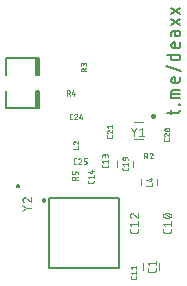
<source format=gbr>
G04 EAGLE Gerber RS-274X export*
G75*
%MOMM*%
%FSLAX34Y34*%
%LPD*%
%INSilkscreen Top*%
%IPPOS*%
%AMOC8*
5,1,8,0,0,1.08239X$1,22.5*%
G01*
%ADD10C,0.304800*%
%ADD11C,0.203200*%
%ADD12C,0.076200*%
%ADD13C,0.120000*%
%ADD14C,0.050800*%
%ADD15C,0.200000*%
%ADD16C,0.100000*%


D10*
X41671Y82046D02*
X41135Y82046D01*
X41135Y82582D01*
X41671Y82582D01*
X41671Y82046D01*
X133845Y153166D02*
X134381Y153166D01*
X133845Y153166D02*
X133845Y153702D01*
X134381Y153702D01*
X134381Y153166D01*
D11*
X149105Y155366D02*
X149105Y158922D01*
X145549Y156552D02*
X154439Y156552D01*
X154521Y156554D01*
X154603Y156560D01*
X154685Y156569D01*
X154766Y156582D01*
X154846Y156599D01*
X154926Y156620D01*
X155004Y156644D01*
X155081Y156672D01*
X155157Y156703D01*
X155232Y156738D01*
X155304Y156777D01*
X155375Y156818D01*
X155444Y156863D01*
X155510Y156911D01*
X155575Y156962D01*
X155637Y157016D01*
X155696Y157073D01*
X155753Y157132D01*
X155807Y157194D01*
X155858Y157259D01*
X155906Y157325D01*
X155951Y157394D01*
X155992Y157465D01*
X156031Y157537D01*
X156066Y157612D01*
X156097Y157688D01*
X156125Y157765D01*
X156149Y157843D01*
X156170Y157923D01*
X156187Y158003D01*
X156200Y158084D01*
X156209Y158166D01*
X156215Y158248D01*
X156217Y158330D01*
X156217Y158922D01*
X156217Y163083D02*
X155624Y163083D01*
X155624Y163675D01*
X156217Y163675D01*
X156217Y163083D01*
X156217Y168967D02*
X149105Y168967D01*
X149105Y174301D01*
X149107Y174383D01*
X149113Y174465D01*
X149122Y174547D01*
X149135Y174628D01*
X149152Y174708D01*
X149173Y174788D01*
X149197Y174866D01*
X149225Y174943D01*
X149256Y175019D01*
X149291Y175094D01*
X149330Y175166D01*
X149371Y175237D01*
X149416Y175306D01*
X149464Y175372D01*
X149515Y175437D01*
X149569Y175499D01*
X149626Y175558D01*
X149685Y175615D01*
X149747Y175669D01*
X149812Y175720D01*
X149878Y175768D01*
X149947Y175813D01*
X150018Y175854D01*
X150090Y175893D01*
X150165Y175928D01*
X150241Y175959D01*
X150318Y175987D01*
X150396Y176011D01*
X150476Y176032D01*
X150556Y176049D01*
X150637Y176062D01*
X150719Y176071D01*
X150801Y176077D01*
X150883Y176079D01*
X156217Y176079D01*
X156217Y172523D02*
X149105Y172523D01*
X156217Y183741D02*
X156217Y186705D01*
X156217Y183741D02*
X156215Y183659D01*
X156209Y183577D01*
X156200Y183495D01*
X156187Y183414D01*
X156170Y183334D01*
X156149Y183254D01*
X156125Y183176D01*
X156097Y183099D01*
X156066Y183023D01*
X156031Y182948D01*
X155992Y182876D01*
X155951Y182805D01*
X155906Y182736D01*
X155858Y182670D01*
X155807Y182605D01*
X155753Y182543D01*
X155696Y182484D01*
X155637Y182427D01*
X155575Y182373D01*
X155510Y182322D01*
X155444Y182274D01*
X155375Y182229D01*
X155304Y182188D01*
X155232Y182149D01*
X155157Y182114D01*
X155081Y182083D01*
X155004Y182055D01*
X154926Y182031D01*
X154846Y182010D01*
X154766Y181993D01*
X154685Y181980D01*
X154603Y181971D01*
X154521Y181965D01*
X154439Y181963D01*
X151475Y181963D01*
X151378Y181965D01*
X151282Y181971D01*
X151186Y181981D01*
X151090Y181995D01*
X150995Y182012D01*
X150900Y182034D01*
X150807Y182059D01*
X150715Y182088D01*
X150624Y182121D01*
X150534Y182158D01*
X150446Y182198D01*
X150360Y182242D01*
X150276Y182289D01*
X150193Y182339D01*
X150113Y182393D01*
X150035Y182451D01*
X149959Y182511D01*
X149886Y182574D01*
X149816Y182640D01*
X149748Y182710D01*
X149683Y182781D01*
X149621Y182856D01*
X149563Y182933D01*
X149507Y183012D01*
X149455Y183093D01*
X149406Y183177D01*
X149360Y183262D01*
X149318Y183349D01*
X149280Y183438D01*
X149245Y183528D01*
X149214Y183620D01*
X149187Y183713D01*
X149163Y183806D01*
X149144Y183901D01*
X149128Y183997D01*
X149116Y184093D01*
X149108Y184189D01*
X149104Y184286D01*
X149104Y184382D01*
X149108Y184479D01*
X149116Y184575D01*
X149128Y184671D01*
X149144Y184767D01*
X149163Y184862D01*
X149187Y184955D01*
X149214Y185048D01*
X149245Y185140D01*
X149280Y185230D01*
X149318Y185319D01*
X149360Y185406D01*
X149406Y185491D01*
X149455Y185575D01*
X149507Y185656D01*
X149563Y185735D01*
X149621Y185812D01*
X149683Y185887D01*
X149748Y185958D01*
X149816Y186028D01*
X149886Y186094D01*
X149959Y186157D01*
X150035Y186217D01*
X150113Y186275D01*
X150193Y186329D01*
X150276Y186379D01*
X150360Y186426D01*
X150446Y186470D01*
X150534Y186510D01*
X150624Y186547D01*
X150715Y186580D01*
X150807Y186609D01*
X150900Y186634D01*
X150995Y186656D01*
X151090Y186673D01*
X151186Y186687D01*
X151282Y186697D01*
X151378Y186703D01*
X151475Y186705D01*
X152661Y186705D01*
X152661Y181963D01*
X157402Y191488D02*
X144363Y196230D01*
X145549Y205666D02*
X156217Y205666D01*
X156217Y202703D01*
X156215Y202621D01*
X156209Y202539D01*
X156200Y202457D01*
X156187Y202376D01*
X156170Y202296D01*
X156149Y202216D01*
X156125Y202138D01*
X156097Y202061D01*
X156066Y201985D01*
X156031Y201910D01*
X155992Y201838D01*
X155951Y201767D01*
X155906Y201698D01*
X155858Y201632D01*
X155807Y201567D01*
X155753Y201505D01*
X155696Y201446D01*
X155637Y201389D01*
X155575Y201335D01*
X155510Y201284D01*
X155444Y201236D01*
X155375Y201191D01*
X155304Y201150D01*
X155232Y201111D01*
X155157Y201076D01*
X155081Y201045D01*
X155004Y201017D01*
X154926Y200993D01*
X154846Y200972D01*
X154766Y200955D01*
X154685Y200942D01*
X154603Y200933D01*
X154521Y200927D01*
X154439Y200925D01*
X150883Y200925D01*
X150801Y200927D01*
X150719Y200933D01*
X150637Y200942D01*
X150556Y200955D01*
X150476Y200972D01*
X150396Y200993D01*
X150318Y201017D01*
X150241Y201045D01*
X150165Y201076D01*
X150090Y201111D01*
X150018Y201150D01*
X149947Y201191D01*
X149878Y201236D01*
X149812Y201284D01*
X149747Y201335D01*
X149685Y201389D01*
X149626Y201446D01*
X149569Y201505D01*
X149515Y201567D01*
X149464Y201632D01*
X149416Y201698D01*
X149371Y201767D01*
X149330Y201838D01*
X149291Y201910D01*
X149256Y201985D01*
X149225Y202061D01*
X149197Y202138D01*
X149173Y202216D01*
X149152Y202296D01*
X149135Y202376D01*
X149122Y202457D01*
X149113Y202539D01*
X149107Y202621D01*
X149105Y202703D01*
X149105Y205666D01*
X156217Y213078D02*
X156217Y216042D01*
X156217Y213078D02*
X156215Y212996D01*
X156209Y212914D01*
X156200Y212832D01*
X156187Y212751D01*
X156170Y212671D01*
X156149Y212591D01*
X156125Y212513D01*
X156097Y212436D01*
X156066Y212360D01*
X156031Y212285D01*
X155992Y212213D01*
X155951Y212142D01*
X155906Y212073D01*
X155858Y212007D01*
X155807Y211942D01*
X155753Y211880D01*
X155696Y211821D01*
X155637Y211764D01*
X155575Y211710D01*
X155510Y211659D01*
X155444Y211611D01*
X155375Y211566D01*
X155304Y211525D01*
X155232Y211486D01*
X155157Y211451D01*
X155081Y211420D01*
X155004Y211392D01*
X154926Y211368D01*
X154846Y211347D01*
X154766Y211330D01*
X154685Y211317D01*
X154603Y211308D01*
X154521Y211302D01*
X154439Y211300D01*
X151475Y211300D01*
X151378Y211302D01*
X151282Y211308D01*
X151186Y211318D01*
X151090Y211332D01*
X150995Y211349D01*
X150900Y211371D01*
X150807Y211396D01*
X150715Y211425D01*
X150624Y211458D01*
X150534Y211495D01*
X150446Y211535D01*
X150360Y211579D01*
X150276Y211626D01*
X150193Y211676D01*
X150113Y211730D01*
X150035Y211788D01*
X149959Y211848D01*
X149886Y211911D01*
X149816Y211977D01*
X149748Y212047D01*
X149683Y212118D01*
X149621Y212193D01*
X149563Y212270D01*
X149507Y212349D01*
X149455Y212430D01*
X149406Y212514D01*
X149360Y212599D01*
X149318Y212686D01*
X149280Y212775D01*
X149245Y212865D01*
X149214Y212957D01*
X149187Y213050D01*
X149163Y213143D01*
X149144Y213238D01*
X149128Y213334D01*
X149116Y213430D01*
X149108Y213526D01*
X149104Y213623D01*
X149104Y213719D01*
X149108Y213816D01*
X149116Y213912D01*
X149128Y214008D01*
X149144Y214104D01*
X149163Y214199D01*
X149187Y214292D01*
X149214Y214385D01*
X149245Y214477D01*
X149280Y214567D01*
X149318Y214656D01*
X149360Y214743D01*
X149406Y214828D01*
X149455Y214912D01*
X149507Y214993D01*
X149563Y215072D01*
X149621Y215149D01*
X149683Y215224D01*
X149748Y215295D01*
X149816Y215365D01*
X149886Y215431D01*
X149959Y215494D01*
X150035Y215554D01*
X150113Y215612D01*
X150193Y215666D01*
X150276Y215716D01*
X150360Y215763D01*
X150446Y215807D01*
X150534Y215847D01*
X150624Y215884D01*
X150715Y215917D01*
X150807Y215946D01*
X150900Y215971D01*
X150995Y215993D01*
X151090Y216010D01*
X151186Y216024D01*
X151282Y216034D01*
X151378Y216040D01*
X151475Y216042D01*
X152661Y216042D01*
X152661Y211300D01*
X152068Y223192D02*
X152068Y225859D01*
X152068Y223192D02*
X152070Y223103D01*
X152076Y223014D01*
X152085Y222925D01*
X152099Y222837D01*
X152116Y222749D01*
X152137Y222662D01*
X152161Y222577D01*
X152190Y222492D01*
X152222Y222409D01*
X152257Y222327D01*
X152296Y222246D01*
X152338Y222168D01*
X152384Y222091D01*
X152433Y222017D01*
X152485Y221944D01*
X152541Y221874D01*
X152599Y221806D01*
X152660Y221741D01*
X152724Y221679D01*
X152790Y221619D01*
X152859Y221563D01*
X152930Y221509D01*
X153004Y221458D01*
X153079Y221411D01*
X153157Y221367D01*
X153236Y221326D01*
X153317Y221289D01*
X153400Y221255D01*
X153484Y221225D01*
X153569Y221199D01*
X153656Y221176D01*
X153743Y221157D01*
X153831Y221141D01*
X153919Y221130D01*
X154008Y221122D01*
X154097Y221118D01*
X154187Y221118D01*
X154276Y221122D01*
X154365Y221130D01*
X154453Y221141D01*
X154541Y221157D01*
X154628Y221176D01*
X154715Y221199D01*
X154800Y221225D01*
X154884Y221255D01*
X154967Y221289D01*
X155048Y221326D01*
X155127Y221367D01*
X155205Y221411D01*
X155280Y221458D01*
X155354Y221509D01*
X155425Y221563D01*
X155494Y221619D01*
X155560Y221679D01*
X155624Y221741D01*
X155685Y221806D01*
X155743Y221874D01*
X155799Y221944D01*
X155851Y222017D01*
X155900Y222091D01*
X155946Y222168D01*
X155988Y222246D01*
X156027Y222327D01*
X156062Y222409D01*
X156094Y222492D01*
X156123Y222577D01*
X156147Y222662D01*
X156168Y222749D01*
X156185Y222837D01*
X156199Y222925D01*
X156208Y223014D01*
X156214Y223103D01*
X156216Y223192D01*
X156217Y223192D02*
X156217Y225859D01*
X150883Y225859D01*
X150801Y225857D01*
X150719Y225851D01*
X150637Y225842D01*
X150556Y225829D01*
X150476Y225812D01*
X150396Y225791D01*
X150318Y225767D01*
X150241Y225739D01*
X150165Y225708D01*
X150090Y225673D01*
X150018Y225634D01*
X149947Y225593D01*
X149878Y225548D01*
X149812Y225500D01*
X149747Y225449D01*
X149685Y225395D01*
X149626Y225338D01*
X149569Y225279D01*
X149515Y225217D01*
X149464Y225152D01*
X149416Y225086D01*
X149371Y225017D01*
X149330Y224946D01*
X149291Y224874D01*
X149256Y224799D01*
X149225Y224723D01*
X149197Y224646D01*
X149173Y224568D01*
X149152Y224488D01*
X149135Y224408D01*
X149122Y224327D01*
X149113Y224245D01*
X149107Y224163D01*
X149105Y224081D01*
X149105Y221711D01*
X156217Y231112D02*
X149105Y235854D01*
X149105Y231112D02*
X156217Y235854D01*
X156217Y240256D02*
X149105Y244998D01*
X149105Y240256D02*
X156217Y244998D01*
D12*
X120749Y57970D02*
X120749Y56446D01*
X120747Y56369D01*
X120741Y56292D01*
X120731Y56215D01*
X120718Y56139D01*
X120700Y56064D01*
X120679Y55990D01*
X120654Y55917D01*
X120625Y55845D01*
X120593Y55775D01*
X120558Y55706D01*
X120518Y55640D01*
X120476Y55575D01*
X120430Y55513D01*
X120381Y55453D01*
X120330Y55396D01*
X120275Y55341D01*
X120218Y55290D01*
X120158Y55241D01*
X120096Y55195D01*
X120031Y55153D01*
X119965Y55113D01*
X119896Y55078D01*
X119826Y55046D01*
X119754Y55017D01*
X119681Y54992D01*
X119607Y54971D01*
X119532Y54953D01*
X119456Y54940D01*
X119379Y54930D01*
X119302Y54924D01*
X119225Y54922D01*
X115415Y54922D01*
X115338Y54924D01*
X115261Y54930D01*
X115184Y54940D01*
X115108Y54953D01*
X115033Y54971D01*
X114959Y54992D01*
X114886Y55017D01*
X114814Y55046D01*
X114744Y55078D01*
X114675Y55113D01*
X114609Y55153D01*
X114544Y55195D01*
X114482Y55241D01*
X114422Y55290D01*
X114365Y55341D01*
X114310Y55396D01*
X114259Y55453D01*
X114210Y55513D01*
X114164Y55575D01*
X114122Y55640D01*
X114082Y55706D01*
X114047Y55775D01*
X114015Y55845D01*
X113986Y55917D01*
X113961Y55990D01*
X113940Y56064D01*
X113922Y56139D01*
X113909Y56215D01*
X113899Y56292D01*
X113893Y56369D01*
X113891Y56446D01*
X113891Y57970D01*
X115415Y60660D02*
X113891Y62565D01*
X120749Y62565D01*
X120749Y60660D02*
X120749Y64470D01*
X115606Y71328D02*
X115524Y71326D01*
X115443Y71320D01*
X115362Y71311D01*
X115281Y71297D01*
X115202Y71280D01*
X115123Y71259D01*
X115045Y71234D01*
X114969Y71205D01*
X114894Y71173D01*
X114820Y71137D01*
X114749Y71098D01*
X114679Y71056D01*
X114611Y71010D01*
X114546Y70961D01*
X114483Y70909D01*
X114423Y70854D01*
X114365Y70796D01*
X114310Y70736D01*
X114258Y70673D01*
X114209Y70608D01*
X114163Y70540D01*
X114121Y70471D01*
X114082Y70399D01*
X114046Y70325D01*
X114014Y70250D01*
X113985Y70174D01*
X113960Y70096D01*
X113939Y70017D01*
X113922Y69938D01*
X113908Y69857D01*
X113899Y69776D01*
X113893Y69695D01*
X113891Y69613D01*
X113893Y69521D01*
X113899Y69429D01*
X113908Y69337D01*
X113922Y69245D01*
X113939Y69155D01*
X113960Y69065D01*
X113985Y68976D01*
X114014Y68888D01*
X114046Y68801D01*
X114082Y68716D01*
X114121Y68633D01*
X114164Y68551D01*
X114210Y68471D01*
X114260Y68393D01*
X114312Y68317D01*
X114368Y68244D01*
X114427Y68173D01*
X114489Y68104D01*
X114554Y68038D01*
X114621Y67975D01*
X114691Y67915D01*
X114763Y67857D01*
X114838Y67803D01*
X114915Y67752D01*
X114994Y67704D01*
X115075Y67660D01*
X115158Y67619D01*
X115242Y67581D01*
X115328Y67547D01*
X115415Y67517D01*
X116940Y70756D02*
X116881Y70815D01*
X116820Y70871D01*
X116757Y70924D01*
X116691Y70975D01*
X116623Y71022D01*
X116553Y71066D01*
X116481Y71107D01*
X116407Y71145D01*
X116332Y71179D01*
X116255Y71210D01*
X116177Y71237D01*
X116097Y71261D01*
X116017Y71282D01*
X115936Y71298D01*
X115854Y71311D01*
X115772Y71321D01*
X115689Y71326D01*
X115606Y71328D01*
X116939Y70756D02*
X120749Y67518D01*
X120749Y71328D01*
D13*
X124951Y28828D02*
X124951Y23728D01*
X138951Y23728D02*
X138951Y28828D01*
D12*
X135963Y24733D02*
X135963Y23209D01*
X135961Y23132D01*
X135955Y23055D01*
X135945Y22978D01*
X135932Y22902D01*
X135914Y22827D01*
X135893Y22753D01*
X135868Y22680D01*
X135839Y22608D01*
X135807Y22538D01*
X135772Y22469D01*
X135732Y22403D01*
X135690Y22338D01*
X135644Y22276D01*
X135595Y22216D01*
X135544Y22159D01*
X135489Y22104D01*
X135432Y22053D01*
X135372Y22004D01*
X135310Y21958D01*
X135245Y21916D01*
X135179Y21876D01*
X135110Y21841D01*
X135040Y21809D01*
X134968Y21780D01*
X134895Y21755D01*
X134821Y21734D01*
X134746Y21716D01*
X134670Y21703D01*
X134593Y21693D01*
X134516Y21687D01*
X134439Y21685D01*
X130629Y21685D01*
X130552Y21687D01*
X130475Y21693D01*
X130398Y21703D01*
X130322Y21716D01*
X130247Y21734D01*
X130173Y21755D01*
X130100Y21780D01*
X130028Y21809D01*
X129958Y21841D01*
X129889Y21876D01*
X129823Y21916D01*
X129758Y21958D01*
X129696Y22004D01*
X129636Y22053D01*
X129579Y22104D01*
X129524Y22159D01*
X129473Y22216D01*
X129424Y22276D01*
X129378Y22338D01*
X129336Y22403D01*
X129296Y22469D01*
X129261Y22538D01*
X129229Y22608D01*
X129200Y22680D01*
X129175Y22753D01*
X129154Y22827D01*
X129136Y22902D01*
X129123Y22978D01*
X129113Y23055D01*
X129107Y23132D01*
X129105Y23209D01*
X129105Y24733D01*
X130629Y27423D02*
X129105Y29328D01*
X135963Y29328D01*
X135963Y27423D02*
X135963Y31233D01*
D14*
X149206Y56491D02*
X149206Y58071D01*
X149206Y56491D02*
X149204Y56413D01*
X149198Y56336D01*
X149189Y56259D01*
X149176Y56183D01*
X149159Y56107D01*
X149138Y56032D01*
X149114Y55959D01*
X149086Y55886D01*
X149054Y55815D01*
X149019Y55746D01*
X148981Y55679D01*
X148940Y55613D01*
X148895Y55550D01*
X148847Y55489D01*
X148797Y55430D01*
X148743Y55374D01*
X148687Y55320D01*
X148628Y55270D01*
X148567Y55222D01*
X148504Y55177D01*
X148438Y55136D01*
X148371Y55098D01*
X148302Y55063D01*
X148231Y55031D01*
X148158Y55003D01*
X148085Y54979D01*
X148010Y54958D01*
X147934Y54941D01*
X147858Y54928D01*
X147781Y54919D01*
X147704Y54913D01*
X147626Y54911D01*
X143675Y54911D01*
X143675Y54910D02*
X143597Y54912D01*
X143520Y54918D01*
X143443Y54927D01*
X143367Y54940D01*
X143291Y54957D01*
X143216Y54978D01*
X143142Y55002D01*
X143070Y55030D01*
X142999Y55062D01*
X142930Y55097D01*
X142862Y55135D01*
X142797Y55176D01*
X142733Y55221D01*
X142672Y55269D01*
X142613Y55320D01*
X142557Y55373D01*
X142504Y55429D01*
X142453Y55488D01*
X142405Y55549D01*
X142360Y55613D01*
X142319Y55678D01*
X142281Y55746D01*
X142246Y55815D01*
X142214Y55886D01*
X142186Y55958D01*
X142162Y56032D01*
X142141Y56107D01*
X142124Y56183D01*
X142111Y56259D01*
X142102Y56336D01*
X142096Y56413D01*
X142094Y56491D01*
X142094Y58071D01*
X143675Y60644D02*
X142094Y62619D01*
X149206Y62619D01*
X149206Y60644D02*
X149206Y64595D01*
X145650Y67502D02*
X145502Y67504D01*
X145355Y67509D01*
X145207Y67519D01*
X145060Y67532D01*
X144913Y67548D01*
X144767Y67569D01*
X144622Y67593D01*
X144476Y67621D01*
X144332Y67652D01*
X144189Y67687D01*
X144046Y67726D01*
X143905Y67768D01*
X143764Y67814D01*
X143625Y67863D01*
X143487Y67916D01*
X143350Y67972D01*
X143215Y68032D01*
X143082Y68095D01*
X143082Y68094D02*
X143011Y68120D01*
X142942Y68150D01*
X142874Y68184D01*
X142808Y68221D01*
X142744Y68261D01*
X142682Y68305D01*
X142623Y68351D01*
X142566Y68401D01*
X142512Y68454D01*
X142460Y68509D01*
X142412Y68567D01*
X142366Y68627D01*
X142324Y68690D01*
X142285Y68755D01*
X142249Y68821D01*
X142217Y68890D01*
X142189Y68959D01*
X142164Y69031D01*
X142143Y69103D01*
X142125Y69177D01*
X142112Y69251D01*
X142102Y69326D01*
X142096Y69401D01*
X142094Y69477D01*
X142096Y69553D01*
X142102Y69628D01*
X142112Y69703D01*
X142125Y69777D01*
X142143Y69851D01*
X142164Y69923D01*
X142189Y69995D01*
X142217Y70064D01*
X142249Y70133D01*
X142285Y70199D01*
X142324Y70264D01*
X142366Y70327D01*
X142412Y70387D01*
X142460Y70445D01*
X142512Y70500D01*
X142566Y70553D01*
X142623Y70603D01*
X142682Y70649D01*
X142744Y70693D01*
X142808Y70733D01*
X142874Y70770D01*
X142942Y70804D01*
X143011Y70834D01*
X143082Y70860D01*
X143215Y70923D01*
X143350Y70983D01*
X143487Y71039D01*
X143625Y71092D01*
X143764Y71141D01*
X143905Y71187D01*
X144046Y71229D01*
X144189Y71268D01*
X144332Y71303D01*
X144476Y71334D01*
X144622Y71362D01*
X144767Y71386D01*
X144913Y71407D01*
X145060Y71423D01*
X145207Y71436D01*
X145355Y71446D01*
X145502Y71451D01*
X145650Y71453D01*
X145650Y67502D02*
X145798Y67504D01*
X145945Y67509D01*
X146093Y67519D01*
X146240Y67532D01*
X146387Y67548D01*
X146533Y67569D01*
X146678Y67593D01*
X146824Y67621D01*
X146968Y67652D01*
X147111Y67687D01*
X147254Y67726D01*
X147395Y67768D01*
X147536Y67814D01*
X147675Y67863D01*
X147813Y67916D01*
X147950Y67972D01*
X148085Y68032D01*
X148218Y68095D01*
X148218Y68094D02*
X148289Y68120D01*
X148358Y68150D01*
X148426Y68184D01*
X148492Y68221D01*
X148556Y68261D01*
X148618Y68305D01*
X148677Y68351D01*
X148734Y68401D01*
X148788Y68454D01*
X148840Y68509D01*
X148888Y68567D01*
X148934Y68627D01*
X148976Y68690D01*
X149015Y68755D01*
X149051Y68821D01*
X149083Y68890D01*
X149111Y68960D01*
X149136Y69031D01*
X149157Y69103D01*
X149175Y69177D01*
X149188Y69251D01*
X149198Y69326D01*
X149204Y69401D01*
X149206Y69477D01*
X148218Y70860D02*
X148085Y70923D01*
X147950Y70983D01*
X147813Y71039D01*
X147675Y71092D01*
X147536Y71141D01*
X147395Y71187D01*
X147254Y71229D01*
X147111Y71268D01*
X146968Y71303D01*
X146824Y71334D01*
X146678Y71362D01*
X146533Y71386D01*
X146387Y71407D01*
X146240Y71423D01*
X146093Y71436D01*
X145945Y71446D01*
X145798Y71451D01*
X145650Y71453D01*
X148218Y70860D02*
X148289Y70834D01*
X148358Y70804D01*
X148426Y70770D01*
X148492Y70733D01*
X148556Y70693D01*
X148618Y70649D01*
X148677Y70603D01*
X148734Y70553D01*
X148788Y70500D01*
X148840Y70445D01*
X148888Y70387D01*
X148934Y70327D01*
X148976Y70264D01*
X149015Y70199D01*
X149051Y70133D01*
X149083Y70064D01*
X149111Y69994D01*
X149136Y69923D01*
X149157Y69851D01*
X149175Y69777D01*
X149188Y69703D01*
X149198Y69628D01*
X149204Y69553D01*
X149206Y69477D01*
X147626Y67897D02*
X143675Y71058D01*
D11*
X104664Y24876D02*
X45196Y24876D01*
X104664Y24876D02*
X104664Y84344D01*
X45196Y84344D01*
X45196Y24876D01*
X34884Y188680D02*
X34884Y202680D01*
X8884Y202680D01*
X8884Y160680D02*
X34884Y160680D01*
X34884Y174680D01*
X8884Y188680D02*
X8884Y202680D01*
X8884Y174680D02*
X8884Y160680D01*
X35884Y188680D02*
X35884Y201680D01*
X35884Y174680D02*
X35884Y161680D01*
X36884Y188680D02*
X36884Y202680D01*
X36884Y174680D02*
X36884Y160680D01*
X36884Y202680D02*
X34884Y202680D01*
X34884Y188680D02*
X36884Y188680D01*
X36884Y174680D02*
X34884Y174680D01*
X34884Y160680D02*
X36884Y160680D01*
D15*
X19400Y95470D02*
X19338Y95468D01*
X19277Y95462D01*
X19216Y95453D01*
X19156Y95440D01*
X19097Y95423D01*
X19039Y95402D01*
X18982Y95378D01*
X18927Y95351D01*
X18874Y95320D01*
X18822Y95286D01*
X18773Y95249D01*
X18726Y95209D01*
X18682Y95166D01*
X18641Y95121D01*
X18602Y95073D01*
X18566Y95022D01*
X18534Y94970D01*
X18505Y94916D01*
X18479Y94860D01*
X18457Y94802D01*
X18438Y94744D01*
X18423Y94684D01*
X18412Y94623D01*
X18404Y94562D01*
X18400Y94501D01*
X18400Y94439D01*
X18404Y94378D01*
X18412Y94317D01*
X18423Y94256D01*
X18438Y94196D01*
X18457Y94138D01*
X18479Y94080D01*
X18505Y94024D01*
X18534Y93970D01*
X18566Y93918D01*
X18602Y93867D01*
X18641Y93819D01*
X18682Y93774D01*
X18726Y93731D01*
X18773Y93691D01*
X18822Y93654D01*
X18874Y93620D01*
X18927Y93589D01*
X18982Y93562D01*
X19039Y93538D01*
X19097Y93517D01*
X19156Y93500D01*
X19216Y93487D01*
X19277Y93478D01*
X19338Y93472D01*
X19400Y93470D01*
X19462Y93472D01*
X19523Y93478D01*
X19584Y93487D01*
X19644Y93500D01*
X19703Y93517D01*
X19761Y93538D01*
X19818Y93562D01*
X19873Y93589D01*
X19926Y93620D01*
X19978Y93654D01*
X20027Y93691D01*
X20074Y93731D01*
X20118Y93774D01*
X20159Y93819D01*
X20198Y93867D01*
X20234Y93918D01*
X20266Y93970D01*
X20295Y94024D01*
X20321Y94080D01*
X20343Y94138D01*
X20362Y94196D01*
X20377Y94256D01*
X20388Y94317D01*
X20396Y94378D01*
X20400Y94439D01*
X20400Y94501D01*
X20396Y94562D01*
X20388Y94623D01*
X20377Y94684D01*
X20362Y94744D01*
X20343Y94802D01*
X20321Y94860D01*
X20295Y94916D01*
X20266Y94970D01*
X20234Y95022D01*
X20198Y95073D01*
X20159Y95121D01*
X20118Y95166D01*
X20074Y95209D01*
X20027Y95249D01*
X19978Y95286D01*
X19926Y95320D01*
X19873Y95351D01*
X19818Y95378D01*
X19761Y95402D01*
X19703Y95423D01*
X19644Y95440D01*
X19584Y95453D01*
X19523Y95462D01*
X19462Y95468D01*
X19400Y95470D01*
D14*
X26472Y76003D02*
X23114Y73632D01*
X26472Y76003D02*
X23114Y78373D01*
X26472Y76003D02*
X30226Y76003D01*
X23114Y83058D02*
X23116Y83140D01*
X23122Y83222D01*
X23131Y83304D01*
X23144Y83385D01*
X23161Y83465D01*
X23182Y83545D01*
X23206Y83623D01*
X23234Y83700D01*
X23265Y83776D01*
X23300Y83851D01*
X23339Y83923D01*
X23380Y83994D01*
X23425Y84063D01*
X23473Y84129D01*
X23524Y84194D01*
X23578Y84256D01*
X23635Y84315D01*
X23694Y84372D01*
X23756Y84426D01*
X23821Y84477D01*
X23887Y84525D01*
X23956Y84570D01*
X24027Y84611D01*
X24099Y84650D01*
X24174Y84685D01*
X24250Y84716D01*
X24327Y84744D01*
X24405Y84768D01*
X24485Y84789D01*
X24565Y84806D01*
X24646Y84819D01*
X24728Y84828D01*
X24810Y84834D01*
X24892Y84836D01*
X23114Y83058D02*
X23116Y82965D01*
X23122Y82873D01*
X23131Y82781D01*
X23144Y82689D01*
X23161Y82598D01*
X23181Y82508D01*
X23205Y82418D01*
X23233Y82330D01*
X23265Y82242D01*
X23299Y82157D01*
X23338Y82072D01*
X23379Y81990D01*
X23424Y81909D01*
X23473Y81829D01*
X23524Y81752D01*
X23578Y81677D01*
X23636Y81605D01*
X23696Y81534D01*
X23760Y81467D01*
X23825Y81402D01*
X23894Y81339D01*
X23965Y81280D01*
X24038Y81223D01*
X24114Y81169D01*
X24191Y81119D01*
X24271Y81071D01*
X24353Y81027D01*
X24436Y80987D01*
X24521Y80949D01*
X24607Y80915D01*
X24694Y80885D01*
X26275Y84243D02*
X26214Y84304D01*
X26151Y84362D01*
X26085Y84417D01*
X26017Y84470D01*
X25946Y84519D01*
X25874Y84564D01*
X25799Y84607D01*
X25723Y84646D01*
X25644Y84682D01*
X25565Y84714D01*
X25484Y84742D01*
X25401Y84767D01*
X25318Y84788D01*
X25234Y84805D01*
X25149Y84819D01*
X25064Y84828D01*
X24978Y84834D01*
X24892Y84836D01*
X26275Y84243D02*
X30226Y80885D01*
X30226Y84836D01*
X147594Y133699D02*
X147594Y134715D01*
X147594Y133699D02*
X147592Y133638D01*
X147587Y133577D01*
X147577Y133516D01*
X147564Y133456D01*
X147548Y133397D01*
X147528Y133339D01*
X147504Y133282D01*
X147478Y133227D01*
X147447Y133173D01*
X147414Y133122D01*
X147378Y133072D01*
X147338Y133025D01*
X147296Y132981D01*
X147252Y132939D01*
X147205Y132899D01*
X147155Y132863D01*
X147104Y132830D01*
X147050Y132799D01*
X146995Y132773D01*
X146938Y132749D01*
X146880Y132729D01*
X146821Y132713D01*
X146761Y132700D01*
X146700Y132690D01*
X146639Y132685D01*
X146578Y132683D01*
X144038Y132683D01*
X143977Y132685D01*
X143916Y132690D01*
X143855Y132700D01*
X143795Y132713D01*
X143736Y132729D01*
X143678Y132749D01*
X143621Y132773D01*
X143566Y132799D01*
X143512Y132830D01*
X143461Y132863D01*
X143411Y132899D01*
X143364Y132939D01*
X143320Y132981D01*
X143278Y133025D01*
X143238Y133072D01*
X143202Y133122D01*
X143169Y133173D01*
X143138Y133227D01*
X143112Y133282D01*
X143088Y133339D01*
X143068Y133397D01*
X143052Y133456D01*
X143039Y133516D01*
X143029Y133577D01*
X143024Y133638D01*
X143022Y133699D01*
X143022Y134715D01*
X143022Y137905D02*
X143024Y137971D01*
X143030Y138038D01*
X143039Y138103D01*
X143053Y138169D01*
X143070Y138233D01*
X143091Y138296D01*
X143115Y138358D01*
X143144Y138418D01*
X143175Y138477D01*
X143210Y138533D01*
X143248Y138588D01*
X143289Y138640D01*
X143334Y138689D01*
X143381Y138736D01*
X143430Y138781D01*
X143482Y138822D01*
X143537Y138860D01*
X143594Y138895D01*
X143652Y138926D01*
X143712Y138955D01*
X143774Y138979D01*
X143837Y139000D01*
X143901Y139017D01*
X143967Y139031D01*
X144032Y139040D01*
X144099Y139046D01*
X144165Y139048D01*
X143023Y137905D02*
X143025Y137831D01*
X143030Y137758D01*
X143040Y137684D01*
X143053Y137612D01*
X143069Y137540D01*
X143089Y137469D01*
X143113Y137399D01*
X143140Y137330D01*
X143171Y137263D01*
X143205Y137197D01*
X143242Y137134D01*
X143282Y137072D01*
X143326Y137012D01*
X143372Y136955D01*
X143421Y136899D01*
X143473Y136847D01*
X143528Y136797D01*
X143585Y136750D01*
X143644Y136706D01*
X143705Y136665D01*
X143769Y136627D01*
X143834Y136592D01*
X143901Y136561D01*
X143969Y136533D01*
X144039Y136508D01*
X145054Y138668D02*
X145007Y138715D01*
X144958Y138759D01*
X144906Y138800D01*
X144852Y138839D01*
X144796Y138874D01*
X144738Y138907D01*
X144679Y138936D01*
X144618Y138962D01*
X144556Y138985D01*
X144492Y139005D01*
X144428Y139020D01*
X144363Y139033D01*
X144297Y139042D01*
X144231Y139047D01*
X144165Y139049D01*
X145054Y138667D02*
X147594Y136508D01*
X147594Y139048D01*
X145308Y141080D02*
X145186Y141082D01*
X145064Y141088D01*
X144942Y141098D01*
X144821Y141112D01*
X144700Y141129D01*
X144580Y141151D01*
X144461Y141176D01*
X144342Y141206D01*
X144225Y141239D01*
X144108Y141276D01*
X143993Y141317D01*
X143880Y141361D01*
X143767Y141409D01*
X143657Y141461D01*
X143603Y141481D01*
X143549Y141505D01*
X143498Y141533D01*
X143448Y141563D01*
X143400Y141596D01*
X143355Y141633D01*
X143311Y141672D01*
X143271Y141713D01*
X143232Y141757D01*
X143197Y141804D01*
X143165Y141852D01*
X143135Y141902D01*
X143109Y141955D01*
X143086Y142008D01*
X143067Y142063D01*
X143051Y142119D01*
X143038Y142176D01*
X143029Y142234D01*
X143024Y142292D01*
X143022Y142350D01*
X143024Y142408D01*
X143029Y142466D01*
X143038Y142524D01*
X143051Y142581D01*
X143067Y142637D01*
X143086Y142692D01*
X143109Y142745D01*
X143135Y142798D01*
X143165Y142848D01*
X143197Y142896D01*
X143232Y142943D01*
X143271Y142987D01*
X143311Y143028D01*
X143355Y143067D01*
X143400Y143104D01*
X143448Y143137D01*
X143498Y143167D01*
X143549Y143195D01*
X143603Y143219D01*
X143657Y143239D01*
X143657Y143240D02*
X143767Y143292D01*
X143880Y143340D01*
X143993Y143384D01*
X144108Y143425D01*
X144225Y143462D01*
X144342Y143495D01*
X144461Y143525D01*
X144580Y143550D01*
X144700Y143572D01*
X144821Y143589D01*
X144942Y143603D01*
X145064Y143613D01*
X145186Y143619D01*
X145308Y143621D01*
X145308Y141080D02*
X145430Y141082D01*
X145552Y141088D01*
X145674Y141098D01*
X145795Y141112D01*
X145916Y141129D01*
X146036Y141151D01*
X146155Y141176D01*
X146274Y141206D01*
X146391Y141239D01*
X146508Y141276D01*
X146623Y141317D01*
X146736Y141361D01*
X146849Y141409D01*
X146959Y141461D01*
X147013Y141481D01*
X147067Y141505D01*
X147118Y141533D01*
X147168Y141563D01*
X147216Y141596D01*
X147261Y141633D01*
X147305Y141672D01*
X147345Y141713D01*
X147384Y141757D01*
X147419Y141804D01*
X147451Y141852D01*
X147481Y141902D01*
X147507Y141955D01*
X147530Y142008D01*
X147549Y142063D01*
X147565Y142119D01*
X147578Y142176D01*
X147587Y142234D01*
X147592Y142292D01*
X147594Y142350D01*
X146959Y143240D02*
X146849Y143292D01*
X146736Y143340D01*
X146623Y143384D01*
X146508Y143425D01*
X146391Y143462D01*
X146274Y143495D01*
X146155Y143525D01*
X146036Y143550D01*
X145916Y143572D01*
X145795Y143589D01*
X145674Y143603D01*
X145552Y143613D01*
X145430Y143619D01*
X145308Y143621D01*
X146959Y143239D02*
X147013Y143219D01*
X147067Y143195D01*
X147118Y143167D01*
X147168Y143137D01*
X147216Y143104D01*
X147261Y143067D01*
X147305Y143028D01*
X147345Y142987D01*
X147384Y142943D01*
X147419Y142896D01*
X147451Y142848D01*
X147481Y142798D01*
X147507Y142745D01*
X147530Y142692D01*
X147549Y142637D01*
X147565Y142581D01*
X147578Y142524D01*
X147587Y142466D01*
X147592Y142408D01*
X147594Y142350D01*
X146578Y141334D02*
X144038Y143366D01*
X99334Y137255D02*
X99334Y136239D01*
X99332Y136178D01*
X99327Y136117D01*
X99317Y136056D01*
X99304Y135996D01*
X99288Y135937D01*
X99268Y135879D01*
X99244Y135822D01*
X99218Y135767D01*
X99187Y135713D01*
X99154Y135662D01*
X99118Y135612D01*
X99078Y135565D01*
X99036Y135521D01*
X98992Y135479D01*
X98945Y135439D01*
X98895Y135403D01*
X98844Y135370D01*
X98790Y135339D01*
X98735Y135313D01*
X98678Y135289D01*
X98620Y135269D01*
X98561Y135253D01*
X98501Y135240D01*
X98440Y135230D01*
X98379Y135225D01*
X98318Y135223D01*
X95778Y135223D01*
X95717Y135225D01*
X95656Y135230D01*
X95595Y135240D01*
X95535Y135253D01*
X95476Y135269D01*
X95418Y135289D01*
X95361Y135313D01*
X95306Y135339D01*
X95252Y135370D01*
X95201Y135403D01*
X95151Y135439D01*
X95104Y135479D01*
X95060Y135521D01*
X95018Y135565D01*
X94978Y135612D01*
X94942Y135662D01*
X94909Y135713D01*
X94878Y135767D01*
X94852Y135822D01*
X94828Y135879D01*
X94808Y135937D01*
X94792Y135996D01*
X94779Y136056D01*
X94769Y136117D01*
X94764Y136178D01*
X94762Y136239D01*
X94762Y137255D01*
X94762Y140445D02*
X94764Y140511D01*
X94770Y140578D01*
X94779Y140643D01*
X94793Y140709D01*
X94810Y140773D01*
X94831Y140836D01*
X94855Y140898D01*
X94884Y140958D01*
X94915Y141017D01*
X94950Y141073D01*
X94988Y141128D01*
X95029Y141180D01*
X95074Y141229D01*
X95121Y141276D01*
X95170Y141321D01*
X95222Y141362D01*
X95277Y141400D01*
X95334Y141435D01*
X95392Y141466D01*
X95452Y141495D01*
X95514Y141519D01*
X95577Y141540D01*
X95641Y141557D01*
X95707Y141571D01*
X95772Y141580D01*
X95839Y141586D01*
X95905Y141588D01*
X94763Y140445D02*
X94765Y140371D01*
X94770Y140298D01*
X94780Y140224D01*
X94793Y140152D01*
X94809Y140080D01*
X94829Y140009D01*
X94853Y139939D01*
X94880Y139870D01*
X94911Y139803D01*
X94945Y139737D01*
X94982Y139674D01*
X95022Y139612D01*
X95066Y139552D01*
X95112Y139495D01*
X95161Y139439D01*
X95213Y139387D01*
X95268Y139337D01*
X95325Y139290D01*
X95384Y139246D01*
X95445Y139205D01*
X95509Y139167D01*
X95574Y139132D01*
X95641Y139101D01*
X95709Y139073D01*
X95779Y139048D01*
X96794Y141208D02*
X96747Y141255D01*
X96698Y141299D01*
X96646Y141340D01*
X96592Y141379D01*
X96536Y141414D01*
X96478Y141447D01*
X96419Y141476D01*
X96358Y141502D01*
X96296Y141525D01*
X96232Y141545D01*
X96168Y141560D01*
X96103Y141573D01*
X96037Y141582D01*
X95971Y141587D01*
X95905Y141589D01*
X96794Y141207D02*
X99334Y139048D01*
X99334Y141588D01*
X95778Y143620D02*
X94762Y144890D01*
X99334Y144890D01*
X99334Y143620D02*
X99334Y146160D01*
D16*
X117178Y133834D02*
X125178Y133834D01*
X125178Y148834D02*
X117178Y148834D01*
D14*
X114760Y143620D02*
X117131Y140262D01*
X119501Y143620D01*
X117131Y140262D02*
X117131Y136508D01*
X122013Y142040D02*
X123989Y143620D01*
X123989Y136508D01*
X125964Y136508D02*
X122013Y136508D01*
X83310Y99030D02*
X83310Y98014D01*
X83308Y97953D01*
X83303Y97892D01*
X83293Y97831D01*
X83280Y97771D01*
X83264Y97712D01*
X83244Y97654D01*
X83220Y97597D01*
X83194Y97542D01*
X83163Y97488D01*
X83130Y97437D01*
X83094Y97387D01*
X83054Y97340D01*
X83012Y97296D01*
X82968Y97254D01*
X82921Y97214D01*
X82871Y97178D01*
X82820Y97145D01*
X82766Y97114D01*
X82711Y97088D01*
X82654Y97064D01*
X82596Y97044D01*
X82537Y97028D01*
X82477Y97015D01*
X82416Y97005D01*
X82355Y97000D01*
X82294Y96998D01*
X79754Y96998D01*
X79693Y97000D01*
X79632Y97005D01*
X79571Y97015D01*
X79511Y97028D01*
X79452Y97044D01*
X79394Y97064D01*
X79337Y97088D01*
X79282Y97114D01*
X79228Y97145D01*
X79177Y97178D01*
X79127Y97214D01*
X79080Y97254D01*
X79036Y97296D01*
X78994Y97340D01*
X78954Y97387D01*
X78918Y97437D01*
X78885Y97488D01*
X78854Y97542D01*
X78828Y97597D01*
X78804Y97654D01*
X78784Y97712D01*
X78768Y97771D01*
X78755Y97831D01*
X78745Y97892D01*
X78740Y97953D01*
X78738Y98014D01*
X78738Y99030D01*
X79754Y100823D02*
X78738Y102093D01*
X83310Y102093D01*
X83310Y100823D02*
X83310Y103363D01*
X82294Y105395D02*
X78738Y106411D01*
X82294Y105395D02*
X82294Y107935D01*
X81278Y107173D02*
X83310Y107173D01*
X95252Y111405D02*
X95252Y112421D01*
X95252Y111405D02*
X95250Y111344D01*
X95245Y111283D01*
X95235Y111222D01*
X95222Y111162D01*
X95206Y111103D01*
X95186Y111045D01*
X95162Y110988D01*
X95136Y110933D01*
X95105Y110879D01*
X95072Y110828D01*
X95036Y110778D01*
X94996Y110731D01*
X94954Y110687D01*
X94910Y110645D01*
X94863Y110605D01*
X94813Y110569D01*
X94762Y110536D01*
X94708Y110505D01*
X94653Y110479D01*
X94596Y110455D01*
X94538Y110435D01*
X94479Y110419D01*
X94419Y110406D01*
X94358Y110396D01*
X94297Y110391D01*
X94236Y110389D01*
X91696Y110389D01*
X91635Y110391D01*
X91574Y110396D01*
X91513Y110406D01*
X91453Y110419D01*
X91394Y110435D01*
X91336Y110455D01*
X91279Y110479D01*
X91224Y110505D01*
X91170Y110536D01*
X91119Y110569D01*
X91069Y110605D01*
X91022Y110645D01*
X90978Y110687D01*
X90936Y110731D01*
X90896Y110778D01*
X90860Y110828D01*
X90827Y110879D01*
X90796Y110933D01*
X90770Y110988D01*
X90746Y111045D01*
X90726Y111103D01*
X90710Y111162D01*
X90697Y111222D01*
X90687Y111283D01*
X90682Y111344D01*
X90680Y111405D01*
X90680Y112421D01*
X91696Y114214D02*
X90680Y115484D01*
X95252Y115484D01*
X95252Y114214D02*
X95252Y116754D01*
X95252Y118786D02*
X95252Y120056D01*
X95250Y120126D01*
X95244Y120196D01*
X95235Y120265D01*
X95221Y120334D01*
X95204Y120402D01*
X95183Y120468D01*
X95159Y120534D01*
X95131Y120598D01*
X95099Y120660D01*
X95064Y120721D01*
X95026Y120780D01*
X94984Y120836D01*
X94940Y120890D01*
X94892Y120942D01*
X94842Y120990D01*
X94789Y121036D01*
X94734Y121079D01*
X94677Y121119D01*
X94617Y121156D01*
X94555Y121189D01*
X94492Y121219D01*
X94427Y121245D01*
X94361Y121268D01*
X94294Y121287D01*
X94225Y121302D01*
X94156Y121314D01*
X94087Y121322D01*
X94017Y121326D01*
X93947Y121326D01*
X93877Y121322D01*
X93808Y121314D01*
X93739Y121302D01*
X93670Y121287D01*
X93603Y121268D01*
X93537Y121245D01*
X93472Y121219D01*
X93409Y121189D01*
X93347Y121156D01*
X93287Y121119D01*
X93230Y121079D01*
X93175Y121036D01*
X93122Y120990D01*
X93072Y120942D01*
X93024Y120890D01*
X92980Y120836D01*
X92938Y120780D01*
X92900Y120721D01*
X92865Y120660D01*
X92833Y120598D01*
X92805Y120534D01*
X92781Y120468D01*
X92760Y120402D01*
X92743Y120334D01*
X92729Y120265D01*
X92720Y120196D01*
X92714Y120126D01*
X92712Y120056D01*
X90680Y120310D02*
X90680Y118786D01*
X90680Y120310D02*
X90682Y120373D01*
X90688Y120435D01*
X90697Y120497D01*
X90711Y120558D01*
X90728Y120618D01*
X90749Y120677D01*
X90773Y120735D01*
X90801Y120791D01*
X90832Y120845D01*
X90867Y120897D01*
X90904Y120947D01*
X90945Y120994D01*
X90989Y121039D01*
X91035Y121082D01*
X91084Y121121D01*
X91135Y121157D01*
X91188Y121190D01*
X91243Y121219D01*
X91300Y121246D01*
X91358Y121268D01*
X91418Y121287D01*
X91479Y121302D01*
X91540Y121314D01*
X91602Y121322D01*
X91665Y121326D01*
X91727Y121326D01*
X91790Y121322D01*
X91852Y121314D01*
X91913Y121302D01*
X91974Y121287D01*
X92034Y121268D01*
X92092Y121246D01*
X92149Y121219D01*
X92204Y121190D01*
X92257Y121157D01*
X92308Y121121D01*
X92357Y121082D01*
X92403Y121039D01*
X92447Y120994D01*
X92488Y120947D01*
X92525Y120897D01*
X92560Y120845D01*
X92591Y120791D01*
X92619Y120735D01*
X92643Y120677D01*
X92664Y120618D01*
X92681Y120558D01*
X92695Y120497D01*
X92704Y120435D01*
X92710Y120373D01*
X92712Y120310D01*
X92712Y119294D01*
X69761Y99628D02*
X65189Y99628D01*
X65189Y100898D01*
X65191Y100968D01*
X65197Y101038D01*
X65206Y101107D01*
X65220Y101176D01*
X65237Y101244D01*
X65258Y101310D01*
X65282Y101376D01*
X65310Y101440D01*
X65342Y101502D01*
X65377Y101563D01*
X65415Y101622D01*
X65457Y101678D01*
X65501Y101732D01*
X65549Y101784D01*
X65599Y101832D01*
X65652Y101878D01*
X65707Y101921D01*
X65764Y101961D01*
X65824Y101998D01*
X65886Y102031D01*
X65949Y102061D01*
X66014Y102087D01*
X66080Y102110D01*
X66147Y102129D01*
X66216Y102144D01*
X66285Y102156D01*
X66354Y102164D01*
X66424Y102168D01*
X66494Y102168D01*
X66564Y102164D01*
X66633Y102156D01*
X66702Y102144D01*
X66771Y102129D01*
X66838Y102110D01*
X66904Y102087D01*
X66969Y102061D01*
X67032Y102031D01*
X67094Y101998D01*
X67154Y101961D01*
X67211Y101921D01*
X67266Y101878D01*
X67319Y101832D01*
X67369Y101784D01*
X67417Y101732D01*
X67461Y101678D01*
X67503Y101622D01*
X67541Y101563D01*
X67576Y101502D01*
X67608Y101440D01*
X67636Y101376D01*
X67660Y101310D01*
X67681Y101244D01*
X67698Y101176D01*
X67712Y101107D01*
X67721Y101038D01*
X67727Y100968D01*
X67729Y100898D01*
X67729Y99628D01*
X67729Y101152D02*
X69761Y102168D01*
X69761Y104167D02*
X69761Y105691D01*
X69759Y105752D01*
X69754Y105813D01*
X69744Y105874D01*
X69731Y105934D01*
X69715Y105993D01*
X69695Y106051D01*
X69671Y106108D01*
X69645Y106163D01*
X69614Y106217D01*
X69581Y106268D01*
X69545Y106318D01*
X69505Y106365D01*
X69463Y106409D01*
X69419Y106451D01*
X69372Y106491D01*
X69322Y106527D01*
X69271Y106560D01*
X69217Y106591D01*
X69162Y106617D01*
X69105Y106641D01*
X69047Y106661D01*
X68988Y106677D01*
X68928Y106690D01*
X68867Y106700D01*
X68806Y106705D01*
X68745Y106707D01*
X68237Y106707D01*
X68176Y106705D01*
X68115Y106700D01*
X68054Y106690D01*
X67994Y106677D01*
X67935Y106661D01*
X67877Y106641D01*
X67820Y106617D01*
X67765Y106591D01*
X67711Y106560D01*
X67660Y106527D01*
X67610Y106491D01*
X67563Y106451D01*
X67519Y106409D01*
X67477Y106365D01*
X67437Y106318D01*
X67401Y106268D01*
X67368Y106217D01*
X67337Y106163D01*
X67311Y106108D01*
X67287Y106051D01*
X67267Y105993D01*
X67251Y105934D01*
X67238Y105874D01*
X67228Y105813D01*
X67223Y105752D01*
X67221Y105691D01*
X67221Y104167D01*
X65189Y104167D01*
X65189Y106707D01*
X67451Y113323D02*
X68467Y113323D01*
X67451Y113323D02*
X67390Y113325D01*
X67329Y113330D01*
X67268Y113340D01*
X67208Y113353D01*
X67149Y113369D01*
X67091Y113389D01*
X67034Y113413D01*
X66979Y113439D01*
X66925Y113470D01*
X66874Y113503D01*
X66824Y113539D01*
X66777Y113579D01*
X66733Y113621D01*
X66691Y113665D01*
X66651Y113712D01*
X66615Y113762D01*
X66582Y113813D01*
X66551Y113867D01*
X66525Y113922D01*
X66501Y113979D01*
X66481Y114037D01*
X66465Y114096D01*
X66452Y114156D01*
X66442Y114217D01*
X66437Y114278D01*
X66435Y114339D01*
X66435Y116879D01*
X66437Y116940D01*
X66442Y117001D01*
X66452Y117062D01*
X66465Y117122D01*
X66481Y117181D01*
X66501Y117239D01*
X66525Y117296D01*
X66551Y117351D01*
X66582Y117405D01*
X66615Y117456D01*
X66651Y117506D01*
X66691Y117553D01*
X66733Y117597D01*
X66777Y117639D01*
X66824Y117679D01*
X66874Y117715D01*
X66925Y117748D01*
X66979Y117779D01*
X67034Y117805D01*
X67091Y117829D01*
X67149Y117849D01*
X67208Y117865D01*
X67268Y117878D01*
X67329Y117888D01*
X67390Y117893D01*
X67451Y117895D01*
X68467Y117895D01*
X71657Y117895D02*
X71723Y117893D01*
X71790Y117887D01*
X71855Y117878D01*
X71921Y117864D01*
X71985Y117847D01*
X72048Y117826D01*
X72110Y117802D01*
X72170Y117773D01*
X72229Y117742D01*
X72285Y117707D01*
X72340Y117669D01*
X72392Y117628D01*
X72441Y117583D01*
X72488Y117536D01*
X72533Y117487D01*
X72574Y117435D01*
X72612Y117380D01*
X72647Y117324D01*
X72678Y117265D01*
X72707Y117205D01*
X72731Y117143D01*
X72752Y117080D01*
X72769Y117016D01*
X72783Y116950D01*
X72792Y116885D01*
X72798Y116818D01*
X72800Y116752D01*
X71657Y117894D02*
X71583Y117892D01*
X71510Y117887D01*
X71436Y117877D01*
X71364Y117864D01*
X71292Y117848D01*
X71221Y117828D01*
X71151Y117804D01*
X71082Y117777D01*
X71015Y117746D01*
X70949Y117712D01*
X70886Y117675D01*
X70824Y117635D01*
X70764Y117591D01*
X70707Y117545D01*
X70651Y117496D01*
X70599Y117444D01*
X70549Y117389D01*
X70502Y117332D01*
X70458Y117273D01*
X70417Y117212D01*
X70379Y117148D01*
X70344Y117083D01*
X70313Y117016D01*
X70285Y116948D01*
X70260Y116878D01*
X72419Y115863D02*
X72466Y115910D01*
X72510Y115959D01*
X72551Y116011D01*
X72590Y116065D01*
X72625Y116121D01*
X72658Y116179D01*
X72687Y116238D01*
X72713Y116299D01*
X72736Y116361D01*
X72756Y116425D01*
X72771Y116489D01*
X72784Y116554D01*
X72793Y116620D01*
X72798Y116686D01*
X72800Y116752D01*
X72419Y115863D02*
X70260Y113323D01*
X72800Y113323D01*
X74832Y113323D02*
X76356Y113323D01*
X76417Y113325D01*
X76478Y113330D01*
X76539Y113340D01*
X76599Y113353D01*
X76658Y113369D01*
X76716Y113389D01*
X76773Y113413D01*
X76828Y113439D01*
X76882Y113470D01*
X76933Y113503D01*
X76983Y113539D01*
X77030Y113579D01*
X77074Y113621D01*
X77116Y113665D01*
X77156Y113712D01*
X77192Y113762D01*
X77225Y113813D01*
X77256Y113867D01*
X77282Y113922D01*
X77306Y113979D01*
X77326Y114037D01*
X77342Y114096D01*
X77355Y114156D01*
X77365Y114217D01*
X77370Y114278D01*
X77372Y114339D01*
X77372Y114847D01*
X77370Y114908D01*
X77365Y114969D01*
X77355Y115030D01*
X77342Y115090D01*
X77326Y115149D01*
X77306Y115207D01*
X77282Y115264D01*
X77256Y115319D01*
X77225Y115373D01*
X77192Y115424D01*
X77156Y115474D01*
X77116Y115521D01*
X77074Y115565D01*
X77030Y115607D01*
X76983Y115647D01*
X76933Y115683D01*
X76882Y115716D01*
X76828Y115747D01*
X76773Y115773D01*
X76716Y115797D01*
X76658Y115817D01*
X76599Y115833D01*
X76539Y115846D01*
X76478Y115856D01*
X76417Y115861D01*
X76356Y115863D01*
X74832Y115863D01*
X74832Y117895D01*
X77372Y117895D01*
X70529Y126073D02*
X66037Y126073D01*
X70529Y126073D02*
X70529Y128070D01*
X67160Y132309D02*
X67095Y132307D01*
X67030Y132301D01*
X66965Y132292D01*
X66901Y132279D01*
X66838Y132262D01*
X66776Y132241D01*
X66715Y132217D01*
X66656Y132190D01*
X66599Y132159D01*
X66543Y132124D01*
X66489Y132087D01*
X66438Y132046D01*
X66389Y132003D01*
X66343Y131957D01*
X66300Y131908D01*
X66259Y131857D01*
X66222Y131803D01*
X66187Y131748D01*
X66156Y131690D01*
X66129Y131631D01*
X66105Y131570D01*
X66084Y131508D01*
X66067Y131445D01*
X66054Y131381D01*
X66045Y131316D01*
X66039Y131251D01*
X66037Y131186D01*
X66036Y131186D02*
X66038Y131113D01*
X66043Y131041D01*
X66052Y130969D01*
X66065Y130898D01*
X66081Y130827D01*
X66101Y130757D01*
X66125Y130688D01*
X66151Y130621D01*
X66181Y130555D01*
X66215Y130490D01*
X66251Y130428D01*
X66291Y130367D01*
X66334Y130308D01*
X66379Y130252D01*
X66428Y130198D01*
X66479Y130146D01*
X66532Y130097D01*
X66588Y130051D01*
X66646Y130007D01*
X66707Y129967D01*
X66769Y129930D01*
X66833Y129896D01*
X66899Y129865D01*
X66966Y129837D01*
X67034Y129813D01*
X68033Y131935D02*
X67987Y131981D01*
X67939Y132024D01*
X67888Y132065D01*
X67835Y132103D01*
X67780Y132138D01*
X67723Y132169D01*
X67665Y132198D01*
X67605Y132224D01*
X67544Y132246D01*
X67482Y132265D01*
X67418Y132281D01*
X67354Y132293D01*
X67290Y132302D01*
X67225Y132307D01*
X67160Y132309D01*
X68033Y131934D02*
X70529Y129813D01*
X70529Y132309D01*
X65022Y150793D02*
X64006Y150793D01*
X63945Y150795D01*
X63884Y150800D01*
X63823Y150810D01*
X63763Y150823D01*
X63704Y150839D01*
X63646Y150859D01*
X63589Y150883D01*
X63534Y150909D01*
X63480Y150940D01*
X63429Y150973D01*
X63379Y151009D01*
X63332Y151049D01*
X63288Y151091D01*
X63246Y151135D01*
X63206Y151182D01*
X63170Y151232D01*
X63137Y151283D01*
X63106Y151337D01*
X63080Y151392D01*
X63056Y151449D01*
X63036Y151507D01*
X63020Y151566D01*
X63007Y151626D01*
X62997Y151687D01*
X62992Y151748D01*
X62990Y151809D01*
X62990Y154349D01*
X62992Y154410D01*
X62997Y154471D01*
X63007Y154532D01*
X63020Y154592D01*
X63036Y154651D01*
X63056Y154709D01*
X63080Y154766D01*
X63106Y154821D01*
X63137Y154875D01*
X63170Y154926D01*
X63206Y154976D01*
X63246Y155023D01*
X63288Y155067D01*
X63332Y155109D01*
X63379Y155149D01*
X63429Y155185D01*
X63480Y155218D01*
X63534Y155249D01*
X63589Y155275D01*
X63646Y155299D01*
X63704Y155319D01*
X63763Y155335D01*
X63823Y155348D01*
X63884Y155358D01*
X63945Y155363D01*
X64006Y155365D01*
X65022Y155365D01*
X68212Y155365D02*
X68278Y155363D01*
X68345Y155357D01*
X68410Y155348D01*
X68476Y155334D01*
X68540Y155317D01*
X68603Y155296D01*
X68665Y155272D01*
X68725Y155243D01*
X68784Y155212D01*
X68840Y155177D01*
X68895Y155139D01*
X68947Y155098D01*
X68996Y155053D01*
X69043Y155006D01*
X69088Y154957D01*
X69129Y154905D01*
X69167Y154850D01*
X69202Y154794D01*
X69233Y154735D01*
X69262Y154675D01*
X69286Y154613D01*
X69307Y154550D01*
X69324Y154486D01*
X69338Y154420D01*
X69347Y154355D01*
X69353Y154288D01*
X69355Y154222D01*
X68212Y155364D02*
X68138Y155362D01*
X68065Y155357D01*
X67991Y155347D01*
X67919Y155334D01*
X67847Y155318D01*
X67776Y155298D01*
X67706Y155274D01*
X67637Y155247D01*
X67570Y155216D01*
X67504Y155182D01*
X67441Y155145D01*
X67379Y155105D01*
X67319Y155061D01*
X67262Y155015D01*
X67206Y154966D01*
X67154Y154914D01*
X67104Y154859D01*
X67057Y154802D01*
X67013Y154743D01*
X66972Y154682D01*
X66934Y154618D01*
X66899Y154553D01*
X66868Y154486D01*
X66840Y154418D01*
X66815Y154348D01*
X68975Y153333D02*
X69022Y153380D01*
X69066Y153429D01*
X69107Y153481D01*
X69146Y153535D01*
X69181Y153591D01*
X69214Y153649D01*
X69243Y153708D01*
X69269Y153769D01*
X69292Y153831D01*
X69312Y153895D01*
X69327Y153959D01*
X69340Y154024D01*
X69349Y154090D01*
X69354Y154156D01*
X69356Y154222D01*
X68974Y153333D02*
X66815Y150793D01*
X69355Y150793D01*
X71387Y151809D02*
X72403Y155365D01*
X71387Y151809D02*
X73927Y151809D01*
X73165Y152825D02*
X73165Y150793D01*
X60673Y170939D02*
X60673Y175511D01*
X61943Y175511D01*
X62013Y175509D01*
X62083Y175503D01*
X62152Y175494D01*
X62221Y175480D01*
X62289Y175463D01*
X62355Y175442D01*
X62421Y175418D01*
X62485Y175390D01*
X62547Y175358D01*
X62608Y175323D01*
X62667Y175285D01*
X62723Y175243D01*
X62777Y175199D01*
X62829Y175151D01*
X62877Y175101D01*
X62923Y175048D01*
X62966Y174993D01*
X63006Y174936D01*
X63043Y174876D01*
X63076Y174814D01*
X63106Y174751D01*
X63132Y174686D01*
X63155Y174620D01*
X63174Y174553D01*
X63189Y174484D01*
X63201Y174415D01*
X63209Y174346D01*
X63213Y174276D01*
X63213Y174206D01*
X63209Y174136D01*
X63201Y174067D01*
X63189Y173998D01*
X63174Y173929D01*
X63155Y173862D01*
X63132Y173796D01*
X63106Y173731D01*
X63076Y173668D01*
X63043Y173606D01*
X63006Y173546D01*
X62966Y173489D01*
X62923Y173434D01*
X62877Y173381D01*
X62829Y173331D01*
X62777Y173283D01*
X62723Y173239D01*
X62667Y173197D01*
X62608Y173159D01*
X62547Y173124D01*
X62485Y173092D01*
X62421Y173064D01*
X62355Y173040D01*
X62289Y173019D01*
X62221Y173002D01*
X62152Y172988D01*
X62083Y172979D01*
X62013Y172973D01*
X61943Y172971D01*
X60673Y172971D01*
X62197Y172971D02*
X63213Y170939D01*
X65212Y171955D02*
X66228Y175511D01*
X65212Y171955D02*
X67752Y171955D01*
X66990Y172971D02*
X66990Y170939D01*
X72686Y191568D02*
X77258Y191568D01*
X72686Y191568D02*
X72686Y192838D01*
X72688Y192908D01*
X72694Y192978D01*
X72703Y193047D01*
X72717Y193116D01*
X72734Y193184D01*
X72755Y193250D01*
X72779Y193316D01*
X72807Y193380D01*
X72839Y193442D01*
X72874Y193503D01*
X72912Y193562D01*
X72954Y193618D01*
X72998Y193672D01*
X73046Y193724D01*
X73096Y193772D01*
X73149Y193818D01*
X73204Y193861D01*
X73261Y193901D01*
X73321Y193938D01*
X73383Y193971D01*
X73446Y194001D01*
X73511Y194027D01*
X73577Y194050D01*
X73644Y194069D01*
X73713Y194084D01*
X73782Y194096D01*
X73851Y194104D01*
X73921Y194108D01*
X73991Y194108D01*
X74061Y194104D01*
X74130Y194096D01*
X74199Y194084D01*
X74268Y194069D01*
X74335Y194050D01*
X74401Y194027D01*
X74466Y194001D01*
X74529Y193971D01*
X74591Y193938D01*
X74651Y193901D01*
X74708Y193861D01*
X74763Y193818D01*
X74816Y193772D01*
X74866Y193724D01*
X74914Y193672D01*
X74958Y193618D01*
X75000Y193562D01*
X75038Y193503D01*
X75073Y193442D01*
X75105Y193380D01*
X75133Y193316D01*
X75157Y193250D01*
X75178Y193184D01*
X75195Y193116D01*
X75209Y193047D01*
X75218Y192978D01*
X75224Y192908D01*
X75226Y192838D01*
X75226Y191568D01*
X75226Y193092D02*
X77258Y194108D01*
X77258Y196107D02*
X77258Y197377D01*
X77256Y197447D01*
X77250Y197517D01*
X77241Y197586D01*
X77227Y197655D01*
X77210Y197723D01*
X77189Y197789D01*
X77165Y197855D01*
X77137Y197919D01*
X77105Y197981D01*
X77070Y198042D01*
X77032Y198101D01*
X76990Y198157D01*
X76946Y198211D01*
X76898Y198263D01*
X76848Y198311D01*
X76795Y198357D01*
X76740Y198400D01*
X76683Y198440D01*
X76623Y198477D01*
X76561Y198510D01*
X76498Y198540D01*
X76433Y198566D01*
X76367Y198589D01*
X76300Y198608D01*
X76231Y198623D01*
X76162Y198635D01*
X76093Y198643D01*
X76023Y198647D01*
X75953Y198647D01*
X75883Y198643D01*
X75814Y198635D01*
X75745Y198623D01*
X75676Y198608D01*
X75609Y198589D01*
X75543Y198566D01*
X75478Y198540D01*
X75415Y198510D01*
X75353Y198477D01*
X75293Y198440D01*
X75236Y198400D01*
X75181Y198357D01*
X75128Y198311D01*
X75078Y198263D01*
X75030Y198211D01*
X74986Y198157D01*
X74944Y198101D01*
X74906Y198042D01*
X74871Y197981D01*
X74839Y197919D01*
X74811Y197855D01*
X74787Y197789D01*
X74766Y197723D01*
X74749Y197655D01*
X74735Y197586D01*
X74726Y197517D01*
X74720Y197447D01*
X74718Y197377D01*
X72686Y197631D02*
X72686Y196107D01*
X72686Y197631D02*
X72688Y197694D01*
X72694Y197756D01*
X72703Y197818D01*
X72717Y197879D01*
X72734Y197939D01*
X72755Y197998D01*
X72779Y198056D01*
X72807Y198112D01*
X72838Y198166D01*
X72873Y198218D01*
X72910Y198268D01*
X72951Y198315D01*
X72995Y198360D01*
X73041Y198403D01*
X73090Y198442D01*
X73141Y198478D01*
X73194Y198511D01*
X73249Y198540D01*
X73306Y198567D01*
X73364Y198589D01*
X73424Y198608D01*
X73485Y198623D01*
X73546Y198635D01*
X73608Y198643D01*
X73671Y198647D01*
X73733Y198647D01*
X73796Y198643D01*
X73858Y198635D01*
X73919Y198623D01*
X73980Y198608D01*
X74040Y198589D01*
X74098Y198567D01*
X74155Y198540D01*
X74210Y198511D01*
X74263Y198478D01*
X74314Y198442D01*
X74363Y198403D01*
X74409Y198360D01*
X74453Y198315D01*
X74494Y198268D01*
X74531Y198218D01*
X74566Y198166D01*
X74597Y198112D01*
X74625Y198056D01*
X74649Y197998D01*
X74670Y197939D01*
X74687Y197879D01*
X74701Y197818D01*
X74710Y197756D01*
X74716Y197694D01*
X74718Y197631D01*
X74718Y196615D01*
X119342Y17816D02*
X119342Y16800D01*
X119340Y16739D01*
X119335Y16678D01*
X119325Y16617D01*
X119312Y16557D01*
X119296Y16498D01*
X119276Y16440D01*
X119252Y16383D01*
X119226Y16328D01*
X119195Y16274D01*
X119162Y16223D01*
X119126Y16173D01*
X119086Y16126D01*
X119044Y16082D01*
X119000Y16040D01*
X118953Y16000D01*
X118903Y15964D01*
X118852Y15931D01*
X118798Y15900D01*
X118743Y15874D01*
X118686Y15850D01*
X118628Y15830D01*
X118569Y15814D01*
X118509Y15801D01*
X118448Y15791D01*
X118387Y15786D01*
X118326Y15784D01*
X115786Y15784D01*
X115725Y15786D01*
X115664Y15791D01*
X115603Y15801D01*
X115543Y15814D01*
X115484Y15830D01*
X115426Y15850D01*
X115369Y15874D01*
X115314Y15900D01*
X115260Y15931D01*
X115209Y15964D01*
X115159Y16000D01*
X115112Y16040D01*
X115068Y16082D01*
X115026Y16126D01*
X114986Y16173D01*
X114950Y16223D01*
X114917Y16274D01*
X114886Y16328D01*
X114860Y16383D01*
X114836Y16440D01*
X114816Y16498D01*
X114800Y16557D01*
X114787Y16617D01*
X114777Y16678D01*
X114772Y16739D01*
X114770Y16800D01*
X114770Y17816D01*
X115786Y19609D02*
X114770Y20879D01*
X119342Y20879D01*
X119342Y19609D02*
X119342Y22149D01*
X115786Y24181D02*
X114770Y25451D01*
X119342Y25451D01*
X119342Y24181D02*
X119342Y26721D01*
D13*
X102972Y110188D02*
X102972Y115288D01*
X116972Y115288D02*
X116972Y110188D01*
D14*
X112258Y109944D02*
X112258Y108928D01*
X112256Y108867D01*
X112251Y108806D01*
X112241Y108745D01*
X112228Y108685D01*
X112212Y108626D01*
X112192Y108568D01*
X112168Y108511D01*
X112142Y108456D01*
X112111Y108402D01*
X112078Y108351D01*
X112042Y108301D01*
X112002Y108254D01*
X111960Y108210D01*
X111916Y108168D01*
X111869Y108128D01*
X111819Y108092D01*
X111768Y108059D01*
X111714Y108028D01*
X111659Y108002D01*
X111602Y107978D01*
X111544Y107958D01*
X111485Y107942D01*
X111425Y107929D01*
X111364Y107919D01*
X111303Y107914D01*
X111242Y107912D01*
X108702Y107912D01*
X108641Y107914D01*
X108580Y107919D01*
X108519Y107929D01*
X108459Y107942D01*
X108400Y107958D01*
X108342Y107978D01*
X108285Y108002D01*
X108230Y108028D01*
X108176Y108059D01*
X108125Y108092D01*
X108075Y108128D01*
X108028Y108168D01*
X107984Y108210D01*
X107942Y108254D01*
X107902Y108301D01*
X107866Y108351D01*
X107833Y108402D01*
X107802Y108456D01*
X107776Y108511D01*
X107752Y108568D01*
X107732Y108626D01*
X107716Y108685D01*
X107703Y108745D01*
X107693Y108806D01*
X107688Y108867D01*
X107686Y108928D01*
X107686Y109944D01*
X108702Y111737D02*
X107686Y113007D01*
X112258Y113007D01*
X112258Y111737D02*
X112258Y114277D01*
X110226Y117325D02*
X110226Y118849D01*
X110226Y117325D02*
X110224Y117264D01*
X110219Y117203D01*
X110209Y117142D01*
X110196Y117082D01*
X110180Y117023D01*
X110160Y116965D01*
X110136Y116908D01*
X110110Y116853D01*
X110079Y116799D01*
X110046Y116748D01*
X110010Y116698D01*
X109970Y116651D01*
X109928Y116607D01*
X109884Y116565D01*
X109837Y116525D01*
X109787Y116489D01*
X109736Y116456D01*
X109682Y116425D01*
X109627Y116399D01*
X109570Y116375D01*
X109512Y116355D01*
X109453Y116339D01*
X109393Y116326D01*
X109332Y116316D01*
X109271Y116311D01*
X109210Y116309D01*
X108956Y116309D01*
X108886Y116311D01*
X108816Y116317D01*
X108747Y116326D01*
X108678Y116340D01*
X108610Y116357D01*
X108544Y116378D01*
X108478Y116402D01*
X108414Y116430D01*
X108352Y116462D01*
X108291Y116497D01*
X108232Y116535D01*
X108176Y116577D01*
X108122Y116621D01*
X108070Y116669D01*
X108022Y116719D01*
X107976Y116772D01*
X107933Y116827D01*
X107893Y116884D01*
X107856Y116944D01*
X107823Y117006D01*
X107793Y117069D01*
X107767Y117134D01*
X107744Y117200D01*
X107725Y117267D01*
X107710Y117336D01*
X107698Y117405D01*
X107690Y117474D01*
X107686Y117544D01*
X107686Y117614D01*
X107690Y117684D01*
X107698Y117753D01*
X107710Y117822D01*
X107725Y117891D01*
X107744Y117958D01*
X107767Y118024D01*
X107793Y118089D01*
X107823Y118152D01*
X107856Y118214D01*
X107893Y118274D01*
X107933Y118331D01*
X107976Y118386D01*
X108022Y118439D01*
X108070Y118489D01*
X108122Y118537D01*
X108176Y118581D01*
X108232Y118623D01*
X108291Y118661D01*
X108352Y118696D01*
X108414Y118728D01*
X108478Y118756D01*
X108544Y118780D01*
X108610Y118801D01*
X108678Y118818D01*
X108747Y118832D01*
X108816Y118841D01*
X108886Y118847D01*
X108956Y118849D01*
X110226Y118849D01*
X110315Y118847D01*
X110403Y118841D01*
X110491Y118832D01*
X110579Y118818D01*
X110666Y118801D01*
X110752Y118780D01*
X110837Y118755D01*
X110921Y118726D01*
X111004Y118694D01*
X111085Y118659D01*
X111164Y118619D01*
X111242Y118577D01*
X111318Y118531D01*
X111392Y118482D01*
X111463Y118429D01*
X111532Y118374D01*
X111599Y118315D01*
X111663Y118254D01*
X111724Y118190D01*
X111783Y118123D01*
X111838Y118054D01*
X111891Y117983D01*
X111940Y117909D01*
X111986Y117833D01*
X112028Y117755D01*
X112068Y117676D01*
X112103Y117595D01*
X112135Y117512D01*
X112164Y117428D01*
X112189Y117343D01*
X112210Y117257D01*
X112227Y117170D01*
X112241Y117082D01*
X112250Y116994D01*
X112256Y116906D01*
X112258Y116817D01*
X126268Y117886D02*
X126268Y122458D01*
X127538Y122458D01*
X127608Y122456D01*
X127678Y122450D01*
X127747Y122441D01*
X127816Y122427D01*
X127884Y122410D01*
X127950Y122389D01*
X128016Y122365D01*
X128080Y122337D01*
X128142Y122305D01*
X128203Y122270D01*
X128262Y122232D01*
X128318Y122190D01*
X128372Y122146D01*
X128424Y122098D01*
X128472Y122048D01*
X128518Y121995D01*
X128561Y121940D01*
X128601Y121883D01*
X128638Y121823D01*
X128671Y121761D01*
X128701Y121698D01*
X128727Y121633D01*
X128750Y121567D01*
X128769Y121500D01*
X128784Y121431D01*
X128796Y121362D01*
X128804Y121293D01*
X128808Y121223D01*
X128808Y121153D01*
X128804Y121083D01*
X128796Y121014D01*
X128784Y120945D01*
X128769Y120876D01*
X128750Y120809D01*
X128727Y120743D01*
X128701Y120678D01*
X128671Y120615D01*
X128638Y120553D01*
X128601Y120493D01*
X128561Y120436D01*
X128518Y120381D01*
X128472Y120328D01*
X128424Y120278D01*
X128372Y120230D01*
X128318Y120186D01*
X128262Y120144D01*
X128203Y120106D01*
X128142Y120071D01*
X128080Y120039D01*
X128016Y120011D01*
X127950Y119987D01*
X127884Y119966D01*
X127816Y119949D01*
X127747Y119935D01*
X127678Y119926D01*
X127608Y119920D01*
X127538Y119918D01*
X126268Y119918D01*
X127792Y119918D02*
X128808Y117886D01*
X133347Y121315D02*
X133345Y121381D01*
X133339Y121448D01*
X133330Y121513D01*
X133316Y121579D01*
X133299Y121643D01*
X133278Y121706D01*
X133254Y121768D01*
X133225Y121828D01*
X133194Y121887D01*
X133159Y121943D01*
X133121Y121998D01*
X133080Y122050D01*
X133035Y122099D01*
X132988Y122146D01*
X132939Y122191D01*
X132887Y122232D01*
X132832Y122270D01*
X132776Y122305D01*
X132717Y122336D01*
X132657Y122365D01*
X132595Y122389D01*
X132532Y122410D01*
X132468Y122427D01*
X132402Y122441D01*
X132337Y122450D01*
X132270Y122456D01*
X132204Y122458D01*
X132130Y122456D01*
X132057Y122451D01*
X131983Y122441D01*
X131911Y122428D01*
X131839Y122412D01*
X131768Y122392D01*
X131698Y122368D01*
X131629Y122341D01*
X131562Y122310D01*
X131496Y122276D01*
X131433Y122239D01*
X131371Y122199D01*
X131311Y122155D01*
X131254Y122109D01*
X131198Y122060D01*
X131146Y122008D01*
X131096Y121953D01*
X131049Y121896D01*
X131005Y121837D01*
X130964Y121776D01*
X130926Y121712D01*
X130891Y121647D01*
X130860Y121580D01*
X130832Y121512D01*
X130807Y121442D01*
X132966Y120426D02*
X133013Y120473D01*
X133057Y120522D01*
X133098Y120574D01*
X133137Y120628D01*
X133172Y120684D01*
X133205Y120742D01*
X133234Y120801D01*
X133260Y120862D01*
X133283Y120924D01*
X133303Y120988D01*
X133318Y121052D01*
X133331Y121117D01*
X133340Y121183D01*
X133345Y121249D01*
X133347Y121315D01*
X132966Y120426D02*
X130807Y117886D01*
X133347Y117886D01*
D13*
X137408Y100038D02*
X137408Y94938D01*
X123408Y94938D02*
X123408Y100038D01*
D14*
X128122Y94705D02*
X132694Y94705D01*
X132694Y96737D01*
X131678Y98504D02*
X128122Y99520D01*
X131678Y98504D02*
X131678Y101044D01*
X130662Y100282D02*
X132694Y100282D01*
M02*

</source>
